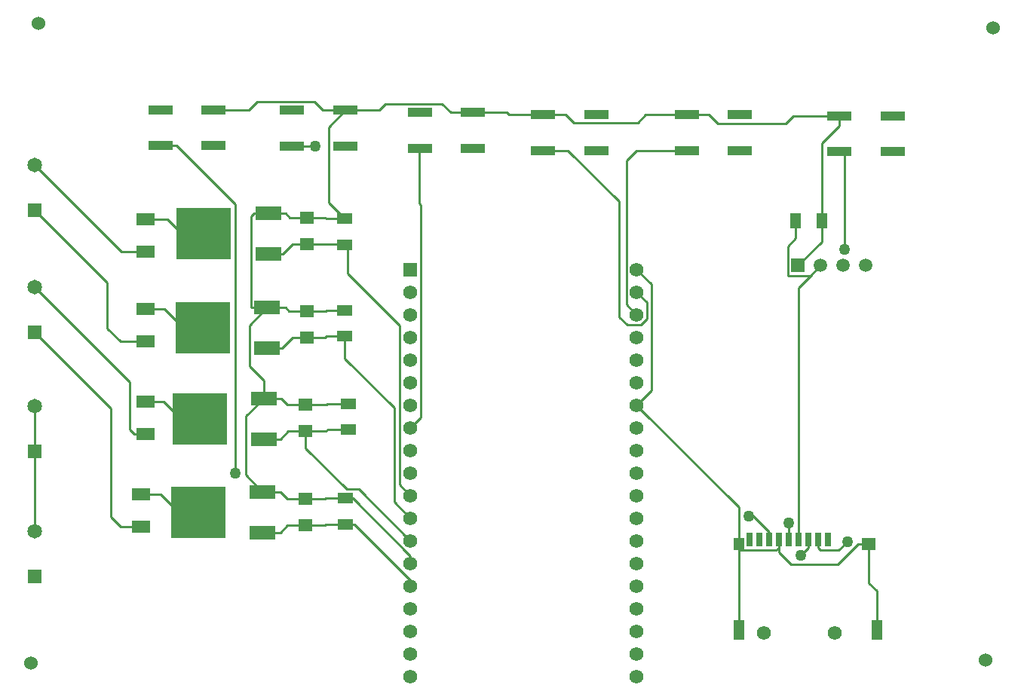
<source format=gtl>
G04*
G04 #@! TF.GenerationSoftware,Altium Limited,CircuitStudio,1.5.2 (30)*
G04*
G04 Layer_Physical_Order=1*
G04 Layer_Color=11767835*
%FSLAX25Y25*%
%MOIN*%
G70*
G01*
G75*
%ADD10R,0.06299X0.05512*%
%ADD11R,0.04724X0.08661*%
%ADD12R,0.04724X0.05512*%
%ADD13R,0.02756X0.06299*%
%ADD14R,0.07087X0.04528*%
%ADD15R,0.05906X0.05512*%
%ADD16R,0.24410X0.22835*%
%ADD17R,0.11811X0.06299*%
%ADD18R,0.07992X0.05512*%
%ADD19R,0.10827X0.03937*%
%ADD20R,0.04528X0.07087*%
%ADD21C,0.01000*%
%ADD22C,0.06201*%
%ADD23C,0.06000*%
%ADD24C,0.06496*%
%ADD25R,0.06496X0.06496*%
%ADD26R,0.06142X0.06142*%
%ADD27C,0.06142*%
%ADD28R,0.05906X0.05906*%
%ADD29C,0.05906*%
%ADD30C,0.05000*%
D10*
X494685Y231496D02*
D03*
D11*
X498228Y193701D02*
D03*
X437204Y193465D02*
D03*
D12*
Y231496D02*
D03*
D13*
X441929Y233465D02*
D03*
X446259D02*
D03*
X450590D02*
D03*
X454921D02*
D03*
X459251D02*
D03*
X463582D02*
D03*
X467913D02*
D03*
X472244D02*
D03*
X476574D02*
D03*
D14*
X263386Y240354D02*
D03*
Y251772D02*
D03*
X264567Y282086D02*
D03*
Y293504D02*
D03*
X262992Y334842D02*
D03*
Y323425D02*
D03*
Y363976D02*
D03*
Y375394D02*
D03*
D15*
X245669Y239764D02*
D03*
Y251575D02*
D03*
Y281496D02*
D03*
Y293307D02*
D03*
X246457Y322835D02*
D03*
Y334646D02*
D03*
Y364173D02*
D03*
Y375984D02*
D03*
D16*
X198425Y245669D02*
D03*
X198819Y287008D02*
D03*
X200394Y327165D02*
D03*
X200787Y368898D02*
D03*
D17*
X226772Y254685D02*
D03*
Y236653D02*
D03*
X227165Y296024D02*
D03*
Y277992D02*
D03*
X228740Y336181D02*
D03*
Y318150D02*
D03*
X229134Y377913D02*
D03*
Y359882D02*
D03*
D18*
X172835Y253701D02*
D03*
Y239212D02*
D03*
X174803Y294646D02*
D03*
Y280157D02*
D03*
Y335590D02*
D03*
Y321102D02*
D03*
Y375354D02*
D03*
Y360866D02*
D03*
D19*
X319791Y406661D02*
D03*
X296169D02*
D03*
X319791Y422409D02*
D03*
X296169D02*
D03*
X505291Y405161D02*
D03*
X481669D02*
D03*
X505291Y420909D02*
D03*
X481669D02*
D03*
X263291Y407661D02*
D03*
X239669D02*
D03*
X263291Y423409D02*
D03*
X239669D02*
D03*
X437791Y405661D02*
D03*
X414169D02*
D03*
X437791Y421409D02*
D03*
X414169D02*
D03*
X205118Y407874D02*
D03*
X181496D02*
D03*
X205118Y423622D02*
D03*
X181496D02*
D03*
X374291Y405661D02*
D03*
X350669D02*
D03*
X374291Y421409D02*
D03*
X350669D02*
D03*
D20*
X462402Y374410D02*
D03*
X473819D02*
D03*
D21*
X463582Y344921D02*
X468862Y350200D01*
X483900Y362000D02*
Y405161D01*
X264300Y351300D02*
Y363976D01*
X246457Y364173D02*
X262992D01*
X296100Y382200D02*
Y406661D01*
X454921Y228000D02*
Y230000D01*
X437204Y228800D02*
X453721D01*
X437204D02*
Y231496D01*
X450590Y233465D02*
Y237000D01*
X443590Y244000D02*
X450590Y237000D01*
X441700Y244000D02*
X443590D01*
X472244Y230000D02*
Y233465D01*
Y230000D02*
X473444Y228800D01*
X481300D01*
X485200Y232700D01*
X481669Y405161D02*
X483900D01*
X350669Y405661D02*
X361639D01*
X384200Y383100D01*
Y332000D02*
Y383100D01*
Y332000D02*
X387800Y328400D01*
X394000D01*
X396697Y331097D01*
Y338421D01*
X392126Y342992D02*
X396697Y338421D01*
X262992Y363976D02*
X264300D01*
Y351300D02*
X287300Y328300D01*
Y257818D02*
Y328300D01*
Y257818D02*
X292126Y252992D01*
X214500Y263000D02*
Y381900D01*
X188526Y407874D02*
X214500Y381900D01*
X181496Y407874D02*
X188526D01*
X239669Y407661D02*
X250008D01*
X164000Y239212D02*
X172835D01*
X159688Y243525D02*
X164000Y239212D01*
X159688Y243525D02*
Y291604D01*
X126106Y325185D02*
X159688Y291604D01*
X170000Y280157D02*
X174803D01*
X168000Y282157D02*
X170000Y280157D01*
X168000Y282157D02*
Y303291D01*
X126106Y345185D02*
X168000Y303291D01*
X126106Y379185D02*
X158098Y347193D01*
Y327004D02*
Y347193D01*
Y327004D02*
X164000Y321102D01*
X174803D01*
X489996Y231496D02*
X494685D01*
X481033Y222533D02*
X489996Y231496D01*
X460388Y222533D02*
X481033D01*
X454921Y228000D02*
X460388Y222533D01*
X481669Y416669D02*
Y420909D01*
X473819Y408819D02*
X481669Y416669D01*
X473819Y374410D02*
Y408819D01*
X255900Y416018D02*
X263291Y423409D01*
X255900Y382486D02*
Y416018D01*
Y382486D02*
X262992Y375394D01*
X227165Y296024D02*
Y303900D01*
X220900Y310165D02*
X227165Y303900D01*
X220900Y310165D02*
Y328341D01*
X228740Y336181D01*
X219300Y288158D02*
X227165Y296024D01*
X219300Y262157D02*
Y288158D01*
Y262157D02*
X226772Y254685D01*
X262992Y313608D02*
Y323425D01*
Y313608D02*
X284800Y291800D01*
Y250318D02*
Y291800D01*
Y250318D02*
X292126Y242992D01*
X245669Y274000D02*
Y281496D01*
Y274000D02*
X263869Y255800D01*
X269318D01*
X292126Y232992D01*
X392126Y352992D02*
X398697Y346421D01*
Y299563D02*
Y346421D01*
X392126Y292992D02*
X398697Y299563D01*
X462402Y366800D02*
Y374410D01*
X458900Y363298D02*
X462402Y366800D01*
X458900Y350200D02*
Y363298D01*
Y350200D02*
X468862D01*
X473386Y354724D01*
X467913Y230013D02*
Y233465D01*
X464500Y226600D02*
X467913Y230013D01*
X459251Y233465D02*
Y240651D01*
X459400Y240800D01*
X221700Y336181D02*
X228740D01*
X221700D02*
Y376613D01*
X223000Y377913D01*
X229134D01*
X262992Y363976D02*
Y364173D01*
X463582Y233465D02*
Y344921D01*
X292126Y212992D02*
Y215474D01*
X267246Y240354D02*
X292126Y215474D01*
X263386Y240354D02*
X267246D01*
X292126Y222992D02*
Y226274D01*
X266628Y251772D02*
X292126Y226274D01*
X263386Y251772D02*
X266628D01*
X164425Y360866D02*
X174803D01*
X126106Y399185D02*
X164425Y360866D01*
X392126Y292992D02*
X437204Y247914D01*
Y231496D02*
Y247914D01*
X473819Y365157D02*
Y374410D01*
X463386Y354724D02*
X473819Y365157D01*
X392000Y405661D02*
X414169D01*
X387500Y401161D02*
X392000Y405661D01*
X387500Y337618D02*
Y401161D01*
Y337618D02*
X392126Y332992D01*
X453721Y228800D02*
X454921Y230000D01*
Y233465D01*
X296100Y406661D02*
X296169D01*
X296100Y382200D02*
X296700Y381600D01*
Y287566D02*
Y381600D01*
X292126Y282992D02*
X296700Y287566D01*
X237710Y239764D02*
X245669D01*
X234600Y236653D02*
X237710Y239764D01*
X226772Y236653D02*
X234600D01*
X254791Y240354D02*
X263386D01*
X254200Y239764D02*
X254791Y240354D01*
X245669Y239764D02*
X254200D01*
X238104Y281496D02*
X245669D01*
X234600Y277992D02*
X238104Y281496D01*
X227165Y277992D02*
X234600D01*
X255390Y282086D02*
X264567D01*
X254800Y281496D02*
X255390Y282086D01*
X245669Y281496D02*
X254800D01*
X239885Y322835D02*
X246457D01*
X235200Y318150D02*
X239885Y322835D01*
X228740Y318150D02*
X235200D01*
X254990Y323425D02*
X262992D01*
X254400Y322835D02*
X254990Y323425D01*
X246457Y322835D02*
X254400D01*
X239892Y364173D02*
X246457D01*
X235600Y359882D02*
X239892Y364173D01*
X229134Y359882D02*
X235600D01*
X189631Y245669D02*
X198425D01*
X181600Y253701D02*
X189631Y245669D01*
X172835Y253701D02*
X181600D01*
X190538Y287008D02*
X198819D01*
X182900Y294646D02*
X190538Y287008D01*
X174803Y294646D02*
X182900D01*
X191725Y327165D02*
X200394D01*
X183300Y335590D02*
X191725Y327165D01*
X174803Y335590D02*
X183300D01*
X190957Y368898D02*
X200787D01*
X184500Y375354D02*
X190957Y368898D01*
X174803Y375354D02*
X184500D01*
X494685Y214343D02*
Y231496D01*
Y214343D02*
X498228Y210800D01*
Y193701D02*
Y210800D01*
X437204Y193465D02*
Y228800D01*
X461409Y420909D02*
X481669D01*
X458000Y417500D02*
X461409Y420909D01*
X427909Y417500D02*
X458000D01*
X424000Y421409D02*
X427909Y417500D01*
X414169Y421409D02*
X424000D01*
X335700D02*
X350669D01*
X334700Y422409D02*
X335700Y421409D01*
X319791Y422409D02*
X334700D01*
X238336Y334646D02*
X246457D01*
X236800Y336181D02*
X238336Y334646D01*
X228740Y336181D02*
X236800D01*
X254797Y334842D02*
X262992D01*
X254600Y334646D02*
X254797Y334842D01*
X246457Y334646D02*
X254600D01*
X309891Y422409D02*
X319791D01*
X306000Y426300D02*
X309891Y422409D01*
X281091Y426300D02*
X306000D01*
X278200Y423409D02*
X281091Y426300D01*
X263291Y423409D02*
X278200D01*
X205118Y423622D02*
X220522D01*
X224200Y427300D01*
X249509D01*
X253400Y423409D01*
X263291D01*
X238729Y375984D02*
X246457D01*
X236800Y377913D02*
X238729Y375984D01*
X229134Y377913D02*
X236800D01*
X254991Y375394D02*
X262992D01*
X254400Y375984D02*
X254991Y375394D01*
X246457Y375984D02*
X254400D01*
X237710Y251575D02*
X245669D01*
X234600Y254685D02*
X237710Y251575D01*
X226772Y254685D02*
X234600D01*
X254597Y251772D02*
X263386D01*
X254400Y251575D02*
X254597Y251772D01*
X245669Y251575D02*
X254400D01*
X237717Y293307D02*
X245669D01*
X235000Y296024D02*
X237717Y293307D01*
X227165Y296024D02*
X235000D01*
X255197Y293504D02*
X264567D01*
X255000Y293307D02*
X255197Y293504D01*
X245669Y293307D02*
X255000D01*
X126106Y237185D02*
Y272685D01*
Y292685D01*
X396009Y421409D02*
X414169D01*
X392500Y417900D02*
X396009Y421409D01*
X364209Y417900D02*
X392500D01*
X360700Y421409D02*
X364209Y417900D01*
X350669Y421409D02*
X360700D01*
D22*
X479724Y192126D02*
D03*
X448228D02*
D03*
D23*
X124409Y178740D02*
D03*
X127500Y462000D02*
D03*
X549500Y460000D02*
D03*
X546457Y180315D02*
D03*
D24*
X126106Y292685D02*
D03*
Y237185D02*
D03*
Y345185D02*
D03*
Y399185D02*
D03*
D25*
Y272685D02*
D03*
Y217185D02*
D03*
Y325185D02*
D03*
Y379185D02*
D03*
D26*
X292126Y352992D02*
D03*
D27*
Y342992D02*
D03*
Y172992D02*
D03*
Y332992D02*
D03*
Y322992D02*
D03*
Y312992D02*
D03*
Y302992D02*
D03*
Y292992D02*
D03*
Y282992D02*
D03*
Y272992D02*
D03*
Y262992D02*
D03*
Y252992D02*
D03*
Y242992D02*
D03*
Y232992D02*
D03*
Y222992D02*
D03*
Y212992D02*
D03*
Y202992D02*
D03*
Y192992D02*
D03*
Y182992D02*
D03*
X392126Y352992D02*
D03*
Y342992D02*
D03*
Y332992D02*
D03*
Y322992D02*
D03*
Y312992D02*
D03*
Y302992D02*
D03*
Y292992D02*
D03*
Y282992D02*
D03*
Y272992D02*
D03*
Y262992D02*
D03*
Y252992D02*
D03*
Y242992D02*
D03*
Y232992D02*
D03*
Y222992D02*
D03*
Y212992D02*
D03*
Y202992D02*
D03*
Y192992D02*
D03*
Y182992D02*
D03*
Y172992D02*
D03*
D28*
X463386Y354724D02*
D03*
D29*
X473386D02*
D03*
X483386D02*
D03*
X493386D02*
D03*
D30*
X441700Y244000D02*
D03*
X485200Y232700D02*
D03*
X483900Y362000D02*
D03*
X214500Y263000D02*
D03*
X250008Y407661D02*
D03*
X464500Y226600D02*
D03*
X459400Y240800D02*
D03*
M02*

</source>
